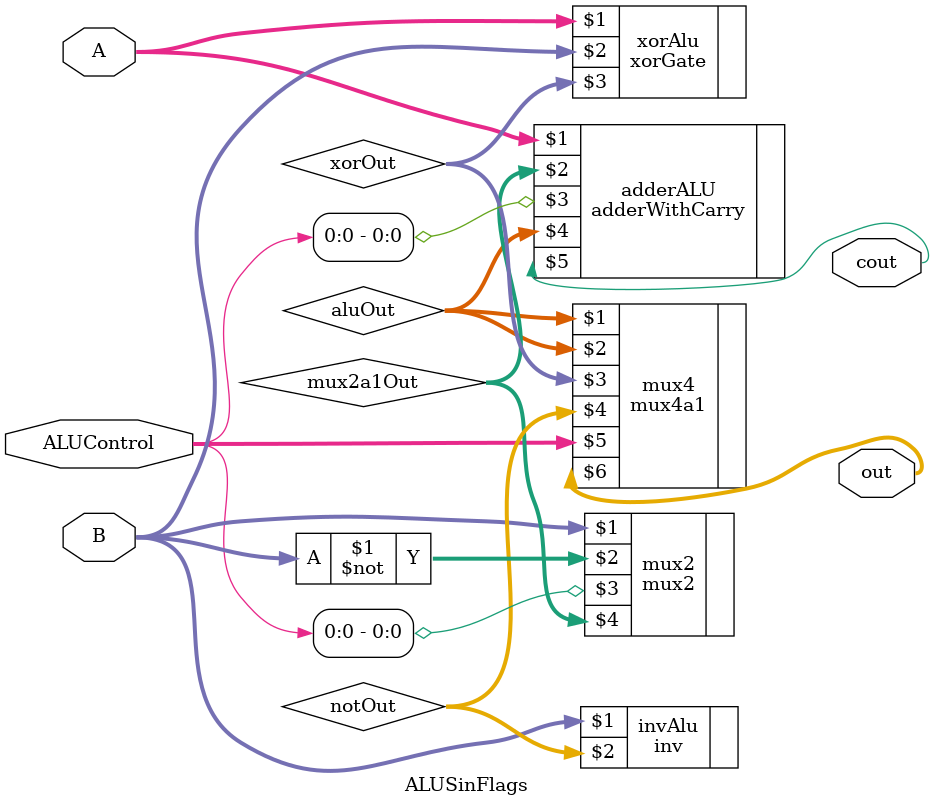
<source format=sv>
/* -------------------- ALU SIN FLAGS --------------------
	ALUControl1:0  Function
		00			 	  ADD
		01			 	  SUB
		10			 	  XOR
		11			 	  NOT
	-------------------------------------------------------
*/

module ALUSinFlags #(parameter N = 4)
						  (input  logic [N-1:0] A, B, 
						   input  logic [1:0] ALUControl,
							output logic [N-1:0] out,
							output logic cout);
							
							
	logic [N-1:0] aluOut, xorOut, notOut, mux2a1Out;
	
	mux2  			  #(N) mux2(B, ~B, ALUControl[0], mux2a1Out);
	adderWithCarry   #(N) adderALU(A, mux2a1Out, ALUControl[0], aluOut, cout);
	xorGate 			  #(N) xorAlu(A, B, xorOut);
	inv	  			  #(N) invAlu(B, notOut);
	mux4a1  			  #(N) mux4(aluOut, aluOut, xorOut, notOut, ALUControl, out);
	
	
	
endmodule
</source>
